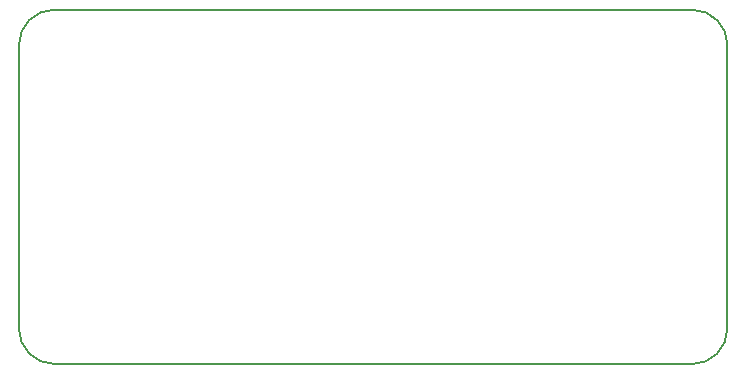
<source format=gko>
G04*
G04 #@! TF.GenerationSoftware,Altium Limited,Altium Designer,21.2.1 (34)*
G04*
G04 Layer_Color=16711935*
%FSTAX24Y24*%
%MOIN*%
G70*
G04*
G04 #@! TF.SameCoordinates,4D214268-C68C-41DA-8F6C-8B02532A8417*
G04*
G04*
G04 #@! TF.FilePolarity,Positive*
G04*
G01*
G75*
%ADD13C,0.0070*%
D13*
X027559Y034646D02*
G03*
X02874Y033465I001181J0D01*
G01*
X05Y033465D02*
G03*
X051181Y034646I0J001181D01*
G01*
X051181Y044094D02*
G03*
X05Y045276I-001181J0D01*
G01*
X02874D02*
G03*
X027559Y044094I0J-001181D01*
G01*
X02874Y033465D02*
X05D01*
X051181Y034646D02*
Y044094D01*
X02874Y045276D02*
X05D01*
X027559Y034646D02*
Y044094D01*
M02*

</source>
